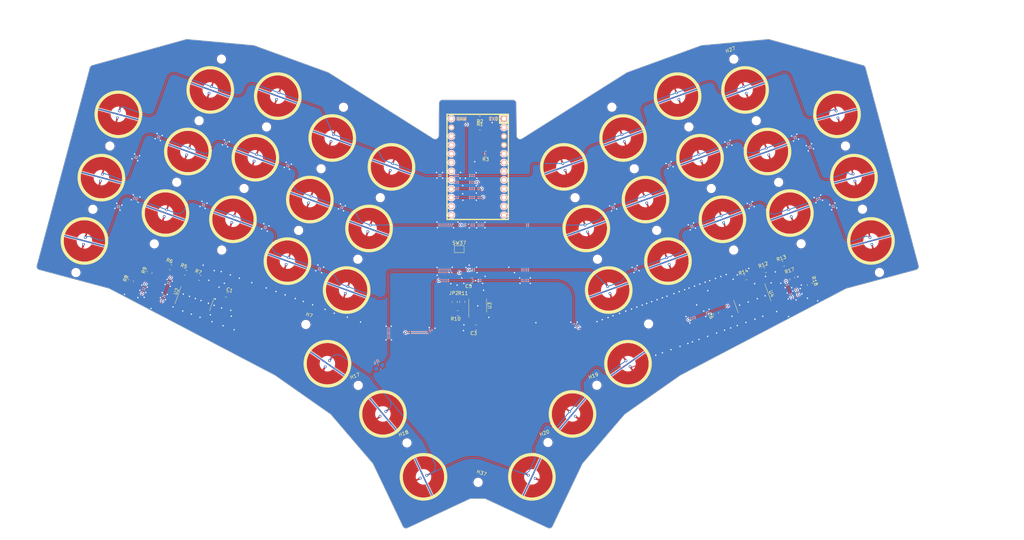
<source format=kicad_pcb>
(kicad_pcb (version 20221018) (generator pcbnew)

  (general
    (thickness 1.6)
  )

  (paper "A3")
  (title_block
    (title "ergogen_pteron36_super")
    (rev "v1.0.0")
    (company "Unknown")
  )

  (layers
    (0 "F.Cu" signal)
    (31 "B.Cu" signal)
    (32 "B.Adhes" user "B.Adhesive")
    (33 "F.Adhes" user "F.Adhesive")
    (34 "B.Paste" user)
    (35 "F.Paste" user)
    (36 "B.SilkS" user "B.Silkscreen")
    (37 "F.SilkS" user "F.Silkscreen")
    (38 "B.Mask" user)
    (39 "F.Mask" user)
    (40 "Dwgs.User" user "User.Drawings")
    (41 "Cmts.User" user "User.Comments")
    (42 "Eco1.User" user "User.Eco1")
    (43 "Eco2.User" user "User.Eco2")
    (44 "Edge.Cuts" user)
    (45 "Margin" user)
    (46 "B.CrtYd" user "B.Courtyard")
    (47 "F.CrtYd" user "F.Courtyard")
    (48 "B.Fab" user)
    (49 "F.Fab" user)
  )

  (setup
    (pad_to_mask_clearance 0.05)
    (pcbplotparams
      (layerselection 0x00010f0_ffffffff)
      (plot_on_all_layers_selection 0x0000000_00000000)
      (disableapertmacros false)
      (usegerberextensions true)
      (usegerberattributes true)
      (usegerberadvancedattributes true)
      (creategerberjobfile false)
      (dashed_line_dash_ratio 12.000000)
      (dashed_line_gap_ratio 3.000000)
      (svgprecision 4)
      (plotframeref false)
      (viasonmask false)
      (mode 1)
      (useauxorigin false)
      (hpglpennumber 1)
      (hpglpenspeed 20)
      (hpglpendiameter 15.000000)
      (dxfpolygonmode true)
      (dxfimperialunits true)
      (dxfusepcbnewfont true)
      (psnegative false)
      (psa4output false)
      (plotreference true)
      (plotvalue true)
      (plotinvisibletext false)
      (sketchpadsonfab false)
      (subtractmaskfromsilk false)
      (outputformat 1)
      (mirror false)
      (drillshape 0)
      (scaleselection 1)
      (outputdirectory "gerber/")
    )
  )

  (net 0 "")
  (net 1 "GND")
  (net 2 "+3.3V")
  (net 3 "/DISCHARGE_PIN")
  (net 4 "Net-(JP2-A)")
  (net 5 "/ADC")
  (net 6 "/ROW0")
  (net 7 "/ROW1")
  (net 8 "Net-(R2-Pad2)")
  (net 9 "/ROW2")
  (net 10 "Net-(R3-Pad2)")
  (net 11 "/ROW3")
  (net 12 "Net-(R4-Pad2)")
  (net 13 "/COL1")
  (net 14 "/COL2")
  (net 15 "/COL3")
  (net 16 "Net-(R1-Pad2)")
  (net 17 "/COL0")
  (net 18 "/COL4")
  (net 19 "/COL9")
  (net 20 "/COL8")
  (net 21 "/COL7")
  (net 22 "/COL6")
  (net 23 "/COL5")
  (net 24 "/RESET")
  (net 25 "/L_MUX_EN")
  (net 26 "/MUX_S2")
  (net 27 "/MUX_S1")
  (net 28 "/MUX_S0")
  (net 29 "/R_MUX_EN")
  (net 30 "unconnected-(U5-F6{slash}A1-Pad18)")
  (net 31 "unconnected-(U5-F5{slash}A2-Pad19)")
  (net 32 "unconnected-(U5-RAW-Pad24)")
  (net 33 "unconnected-(U5-4{slash}D4-Pad7)")
  (net 34 "unconnected-(U5-5{slash}C6-Pad8)")
  (net 35 "unconnected-(U5-7{slash}E6-Pad10)")
  (net 36 "unconnected-(U5-8{slash}B4-Pad11)")
  (net 37 "unconnected-(U5-6{slash}D7-Pad9)")

  (footprint "MountingHole:MountingHole_2.2mm_M2_DIN965" (layer "F.Cu") (at 91.892827 140.808746 -20))

  (footprint "Resistor_SMD:R_0805_2012Metric_Pad1.20x1.40mm_HandSolder" (layer "F.Cu") (at 286.825414 158.466601 20))

  (footprint "Resistor_SMD:R_0805_2012Metric_Pad1.20x1.40mm_HandSolder" (layer "F.Cu") (at 108.341479 159.060393 70))

  (footprint "MountingHole:MountingHole_2.2mm_M2_DIN965" (layer "F.Cu") (at 248.887723 129.058948 20))

  (footprint "MountingHole:MountingHole_2.2mm_M2_DIN965" (layer "F.Cu") (at 264.714792 116.919258 20))

  (footprint "pteron_unibody_ec:ecs_pad_1U_no_ring_90deg" (layer "F.Cu") (at 159.895803 185.579891 -35))

  (footprint "MountingHole:MountingHole_2.2mm_M2_DIN965" (layer "F.Cu") (at 109.709723 150.823352 -20))

  (footprint "Resistor_SMD:R_0805_2012Metric_Pad1.20x1.40mm_HandSolder" (layer "F.Cu") (at 204.111575 114.516254 180))

  (footprint "Capacitor_SMD:C_0805_2012Metric_Pad1.18x1.45mm_HandSolder" (layer "F.Cu") (at 272.626031 171.068038 110))

  (footprint "MountingHole:MountingHole_2.2mm_M2_DIN965" (layer "F.Cu") (at 297.267137 150.806129 20))

  (footprint "pteron_unibody_ec:ecs_pad_1U_no_ring_90_fix" (layer "F.Cu") (at 154.810781 137.988492 -20))

  (footprint "Resistor_SMD:R_0805_2012Metric_Pad1.20x1.40mm_HandSolder" (layer "F.Cu") (at 198.97543 167.649496 90))

  (footprint "MountingHole:MountingHole_2.2mm_M2_DIN965" (layer "F.Cu") (at 242.389613 111.205538 20))

  (footprint "MountingHole:MountingHole_2.2mm_M2_DIN965" (layer "F.Cu") (at 255.385835 146.912353 20))

  (footprint "MountingHole:MountingHole_2.2mm_M2_DIN965" (layer "F.Cu") (at 129.270939 152.629283 -20))

  (footprint "pteron_unibody_ec:ecs_pad_1U_no_ring_90_fix" (layer "F.Cu") (at 125.942865 106.19788 -20))

  (footprint "MountingHole:MountingHole_2.2mm_M2_DIN965" (layer "F.Cu") (at 142.267161 116.922467 -20))

  (footprint "MountingHole:MountingHole_2.2mm_M2_DIN965" (layer "F.Cu") (at 96.813439 122.462272 -20))

  (footprint "MountingHole:MountingHole_2.2mm_M2_DIN965" (layer "F.Cu") (at 86.972213 159.155226 -20))

  (footprint "MountingHole:MountingHole_2.2mm_M2_DIN965" (layer "F.Cu") (at 290.753842 132.985279 20))

  (footprint "MountingHole:MountingHole_2.2mm_M2_DIN965" (layer "F.Cu") (at 238.21872 155.29605 20))

  (footprint "Capacitor_SMD:C_0805_2012Metric_Pad1.18x1.45mm_HandSolder" (layer "F.Cu") (at 130.753982 165.596072 -20))

  (footprint "MountingHole:MountingHole_2.2mm_M2_DIN965" (layer "F.Cu") (at 164.559786 111.223929 -20))

  (footprint "Resistor_SMD:R_0805_2012Metric_Pad1.20x1.40mm_HandSolder" (layer "F.Cu") (at 204.111576 117.056257 180))

  (footprint "pteron_unibody_ec:ecs_pad_1U_no_ring_90_fix" (layer "F.Cu") (at 261.45144 107.997797 20))

  (footprint "MountingHole:MountingHole_2.2mm_M2_DIN965" (layer "F.Cu") (at 168.739363 155.290571 -20))

  (footprint "pteron_unibody_ec:ecs_pad_1U_no_ring_90_fix" (layer "F.Cu") (at 317.513365 149.980676 15))

  (footprint "pteron_unibody_ec:ecs_pad_1U_no_ring_90_fix" (layer "F.Cu") (at 234.977662 146.366264 20))

  (footprint "pteron_unibody_ec:ecs_pad_1U_no_ring_90deg" (layer "F.Cu")
    (tstamp 41dca0ef-0b2b-483a-8bbb-494df8d66ecc)
    (at 187.763891 218.389148 -65)
    (descr " StepUp generated footprint")
    (property "Sheetfile" "pteron_unibody_ec.kicad_sch")
    (property "Sheetname" "")
    (path "/715698c7-8aaf-4d1e-a574-ce28cc5a42ed")
    (attr smd)
    (fp_text reference "SW35" (at -6 -8 115) (layer "Dwgs.User")
        (effects (font (size 0.8 0.8) (thickness 0.12)))
      (tstamp 3788fbde-6fb6-4ae8-814a-e517177758dd)
    )
    (fp_text value "EC_SW" (at -4.9 -5.6 115) (layer "F.SilkS") hide
        (effects (font (size 0.8 0.8) (thickness 0.12)))
      (tstamp 8c3c56dc-eeee-4ce5-bc78-6b46898b7164)
    )
    (fp_text user "${REFERENCE}" (at 2.5 0 25) (layer "F.Fab")
        (effects (font (size 0.8 0.8) (thickness 0.12)))
      (tstamp 5221adff-17a0-4970-b865-c054aad256b3)
    )
    (fp_circle (center 0 0) (end 0 6.467)
      (stroke (width 0.9) (type solid)) (fill none) (layer "F.SilkS") (tstamp 1395ba78-043f-41b6-8f5a-5a4ae70f1124))
    (fp_line (start -9.3 -2.804622) (end -9.3 -6.1)
      (stroke (width 0.1) (type solid)) (layer "Dwgs.User") (tstamp e8c63c3c-8b0b-4799-909f-43427b5a1fac))
    (fp_line (start -9.3 -1.4) (end -9.3 -2.804622)
      (stroke (width 0.1) (type solid)) (layer "Dwgs.User") (tstamp 50424f90-ec03-436d-9bb9-ab78562cf7c1))
    (fp_line (start -9.3 1.4) (end -8.824333 1.110619)
      (stroke (width 0.1) (type solid)) (layer "Dwgs.User") (tstamp d32e19b1-a976-41b6-927b-d24c6446d17d))
    (fp_line (start -9.3 2.804622) (end -9.3 1.4)
      (stroke (width 0.1) (type solid)) (layer "Dwgs.User") (tstamp f7c9d435-cc3c-4b8c-9ed1-1e2f73b6fdf9))
    (fp_line (start -9.3 6.1) (end -9.3 2.804622)
      (stroke (width 0.1) (type solid)) (layer "Dwgs.User") (tstamp 8be5263b-992a-4045-9539-d1c4447d8e36))
    (fp_line (start -8.824333 -1.110619) (end -9.3 -1.4)
      (stroke (width 0.1) (type solid)) (layer "Dwgs.User") (tstamp 7e8d6ce3-6716-4aa8-8b67-b74727fcd2e6))
    (fp_line (start -7.3 -5.67) (end -5.97 -7)
      (stroke (width 0.1) (type solid)) (layer "Dwgs.User") (tstamp 4a79c764-b712-4c0b-8a2f-6c8193cbd500))
    (fp_line (start -7.3 5.67) (end -7.3 -5.67)
      (stroke (width 0.1) (type solid)) (layer "Dwgs.User") (tstamp 02ac7b0c-fff0-4689-8b84-8a8d306fa4ff))
    (fp_line (start -7.3 5.67) (end -5.97 7)
      (stroke (width 0.1) (type solid)) (layer "Dwgs.User") (tstamp c4261db9-4c0c-46de-94d2-64d126d221f5))
    (fp_line (start -6.3 -9.1) (end 6.3 -9.1)
      (stroke (width 0.1) (type solid)) (layer "Dwgs.User") (tstamp c4446fc5-0669-46b0-b88f-c37f8ad75a89))
    (fp_line (start -5.97 -7) (end 5.97 -7)
      (stroke (width 0.1) (type solid)) (layer "Dwgs.User") (tstamp 57500723-0f35-4df4-bce7-1b1e097855fc))
    (fp_line (start -5.97 7) (end -7.3 5.67)
      (stroke (width 0.1) (type solid)) (layer "Dwgs.User") (tstamp a888302c-e055-4b1e-a019-ad2fd5c09db3))
    (fp_line (start 5.97 -7) (end 7.3 -5.67)
      (stroke (width 0.1) (type solid)) (layer "Dwgs.User") (tstamp 3ecea608-c5d3-4708-88be-43429524b6e0))
    (fp_line (start 5.97 7) (end -5.97 7)
      (stroke (width 0.1) (type solid)) (layer "Dwgs.User") (tstamp c1ac5d61-45af-4b5e-8af8-abd1d0114dfe))
    (fp_line (start 6.3 9.1) (end -6.3 9.1)
      (stroke (width 0.1) (type solid)) (layer "Dwgs.User") (tstamp db2fe449-21a2-401a-aba1-ebaab97abe60))
    (fp_line (start 7.3 -5.67) (end 7.3 5.67)
      (stroke (width 0.1) (type solid)) (layer "Dwgs.User") (tstamp 8b957f5d-ce2c-4d1e-bb69-92b910c5893e))
    (fp_line (start 7.3 5.67) (end 5.97 7)
      (stroke (width 0.1) (type solid)) (layer "Dwgs.User") (tstamp 894a748d-fc8c-4876-96f0-adb4dda10697))
    (fp_line (start 8.824333 1.110619) (end 9.3 1.4)
      (stroke (width 0.1) (type solid)) (layer "Dwgs.User") (tstamp 292f25a9-3ab3-4b2f-82e8-c34e8a392fb9))
    (fp_line (start 9.3 -6.1) (end 9.3 -2.804622)
      (stroke (width 0.1) (type solid)) (layer "Dwgs.User") (tstamp fe5ecb1a-0b3d-424e-b307-42ba44f781f4))
    (fp_line (start 9.3 -2.804622) (end 9.3 -1.4)
      (stroke (width 0.1) (type solid)) (layer "Dwgs.User") (tstamp c7a96152-960e-4221-b305-3bc64298e47b))
    (fp_line (start 9.3 -1.4) (end 8.824333 -1.110619)
      (stroke (width 0.1) (type solid)) (layer "Dwgs.User") (tstamp 4be877dc-30ee-47c3-a5be-7c79b6f03a0c))
    (fp_line (start 9.3 1.4) (end 9.3 2.804622)
      (stroke (width 0.1) (type solid)) (layer "Dwgs.User") (tstamp c7ccc271-6852-4f10-9918-b36087e87015))
    (fp_line (start 9.3 2.804622) (end 9.3 6.1)
      (stroke (width 0.1) (type solid)) (layer "Dwgs.User") (tstamp 50c48040-8331-4719-822f-f042cd8496fa))
    (fp_arc (start -9.3 -6.1) (mid -8.42132 -8.22132) (end -6.3 -9.1)
      (stroke (width 0.1) (type solid)) (layer "Dwgs.User") (tstamp 4451d1a0-1e0d-4315-8faa-59883140497f))
    (fp_arc (start -8.824333 -1.110619) (mid -8.2 0) (end -8.824333 1.110619)
      (stroke (width 0.1) (type solid)) (layer "Dwgs.User") (tstamp 5e41b9df-28c5-4790-9fac-5adeacae5bb8))
    (fp_arc (start -6.3 9.1) (mid -8.42132 8.22132) (end -9.3 6.1)
      (stroke (width 0.1) (type solid)) (layer "Dwgs.User") (tstamp 432ff592-a568-4414-a218-d35ef4198887))
    (fp_arc (start 6.3 -9.1) (mid 8.421321 -8.22132) (end 9.3 -6.1)
      (stroke (width 0.1) (type solid)) (layer "Dwgs.User") (tstamp d6670d2b-5a38-4e64-bd7f-be016e405906))
    (fp_arc (start 8.824333 1.110619) (mid 8.2 0) (end 8.824333 -1.110619)
      (stroke (width 0.1) (type solid)) (layer "Dwgs.User") (tstamp de84c580-2d62-4a25-b68c-ad8d814392b6))
    (fp_arc (start 9.3 6.1) (mid 8.421321 8.22132) (end 6.3 9.1)
      (stroke (width 0.1) (type solid)) (layer "Dwgs.User") (tstamp 98371948-75bc-447f-bdf7-8176fd254ffa))
    (pad "1" smd custom (at 0 -1 205) (size 0.4 0.4) (layers "F.Cu")
      (net 12 "Net-(R4-Pad2)") (pinfunction "1") (pintype "passive") (zone_connect 0) (thermal_bridge_angle 45)
      (options (clearance outline) (anchor circle))
      (primitives
        (gr_poly
          (pts
            (xy 0.6 -2.214159)
            (xy 0.320477 -2.144936)
            (xy 0.052085 -2.040578)
            (xy -0.20078 -1.902795)
            (xy -0.433976 -1.733843)
            (xy -0.643683 -1.536492)
            (xy -0.826466 -1.313972)
            (xy -0.979332 -1.069928)
            (xy -1.099775 -0.80836)
            (xy -1.185824 -0.53355)
            (xy -1.236068 -0.25)
            (xy 0 -0.25)
            (xy 0.095671 -0.23097)
            (xy 0.176777 -0.176777)
            (xy 0.23097 -0.095671)
            (xy 0.25 0)
            (xy 0.23097 0.095671)
            (xy 0.176777 0.176777)
            (xy 0.095671 0.23097)
            (xy 0 0.25)
            (xy -1.236068 0.25)
            (xy -1.185824 0.53355)
            (xy -1.099775 0.80836)
            (xy -0.979332 1.069928)
            (xy -0.826466 1.313972)
            (xy -0.643683 1.536492)
            (xy -0.433976 1.733843)
            (xy -0.20078 1.902795)
            (xy 0.052085 2.040578)
            (xy 0.320477 2.144936)
            (xy 0.6 2.214159)
            (xy 0.6 5.986652)
            (xy 0.115133 5.934392)
            (xy -0.363889 5.842928)
            (xy -0.8339 5.712864)
            (xy -1.291796 5.545058)
            (xy -1.734552 5.34062)
            (xy -2.159242 5.100901)
            (xy -2.563061 4.827483)
            (xy -2.943342 4.522174)
            (xy -3.297572 4.186989)
            (xy -3.62341 3.824144)
            (xy -3.918705 3.436035)
            (xy -4.181506 3.025227)
            (xy -4.410075 2.594434)
            (xy -4.602904 2.1465)
            (xy -4.758719 1.684386)
            (xy -4.876489 1.211145)
            (xy -4.955438 0.729902)
            (xy -4.995043 0.243838)
            (xy -4.995043 -0.243838)
            (xy -4.955438 -0.729902)
            (xy -4.876489 -1.211145)
            (xy -4.758719 -1.684386)
            (xy -4.602904 -2.1465)
            (xy -4.410075 -2.594434)
            (xy -4.181506 -3.025227)
            (xy -3.918705 -3.436035)
            (xy -3.62341 -3.824144)
            (xy -3.297572 -4.186989)
            (xy -2.943342 -4.522174)
            (xy -2.563061 -4.827483)
            (xy -2.159242 -5.100901)
            (xy -1.734552 -5.34062)
            (xy -1.291796 -5.545058)
            (xy -0.8339 -5.712864)
            (xy -0.363889 -5.842928)
            (xy 0.115133 -5.934392)
            (xy 0.6 -5.986652)
          )
          (width 0) (fill yes))
      ) (tstamp 2519efa7-8899-4324-a58e-4a0909ea4e96))
    (pad "2" smd custom (at 0 1 25) (size 0.4 0.4) (layers "F.Cu")
      (net 17 "/COL0") (pinfunction "2") (pintype "passive") (zone_connect 0) (thermal_bridge_angle 45)
      (options (clearance outline) (anchor circle))
      (primitives
        (gr_poly
          (pts
            (xy 0.6 -2.214159)
            (xy 0.320477 -2.144936)
            (xy 0.052085 -2.040578)
            (xy -0.20078 -1.902795)
            (xy -0.433976 -1.733843)
            (xy -0.643683 -1.536492)
            (xy -0.826466 -1.313972)
            (xy -0.979332 -1.069928)
            (xy -1.099775 -0.80836)
            (xy -1.185824 -0.53355)
            (xy -1.236068 -0.25)
            (xy 0 -0.25)
            (xy 0.095671 -0.23097)
            (xy 0.176777 -0.176777)
            (xy 0.23097 -0.095671)
            (xy 0.25 0)
            (xy 0.23097 0.095671)
            (xy 0.176777 0.176777)
            (xy 0.095671 0.23097)
            (xy 0 0.25)
            (xy -1.236068 0.25)
            (xy -1.185824 0.53355)
            (xy -1.099775 0.80836)
            (xy -0.979332 1.069928)
            (xy -0.826466 1.313972)
            (xy -0.643683 1.536492)
            (xy -0.433976 1.733843)
            (xy -0.20078 1.902795)
            (xy 0.052085 2.040578)
            (xy 0.320477 2.144936)
            (xy 0.6 2.214159)
            (xy 0.6 5.986652)
            (xy 0.115133 5.934392)
            (xy -0.363889 5.842928)
            (xy -0.8339 5.712864)
            (xy -1.291796 5.545058)
            (xy -1.734552 5.34062)
            (xy -2.159242 5.100901)
            (xy -2.563061 4.827483)
            (xy -2.943342 4.522174)
            (xy -3.297572 4.186989)
            (xy -3.62341 3.824144)
            (xy -3.918705 3.436035)
            (xy -4.181506 3.025227)
            (xy -4.410075 2.594434)
            (xy -4.602904 2.1465)
            (xy -4.758719 1.684386)
            (xy -4.876489 1.211145)
            (xy -4.955438 0.729902)
            (xy -4.995043 0.243838)
            (xy -4.995043 -0.243838)
            (xy -4.955438 -0.729902)
            (xy -4.876489 -1.211145)
            (xy -4.758719 -1.684386)
            (xy -4.602904 -2.1465)
            (xy -4.410075 -2.594434)
            (xy -4.181506 -3.025227)
            (xy -3.918705 -3.436035)
            (xy -3.62341 -3.824144)
            (xy -3.297572 -4.186989)
            (xy -2.943342 -4.522174)
            (xy -2.563061 -4.827483)
            (xy -2.159242 -5.100901)
            (xy -1.734552 -5.34062)
            (xy -1.291796 -5.545058)
            (xy -0.8339 -5.712864)
            (xy -0.363889 -5.842928)
            (xy 0.115133 -5.934392)
            (xy 0.6 -5.986652)
          )
          (width 0) (fill yes))
      ) (tstamp 0853bbb5-46e3-41a8-b8db-cdaeb11fa5ac))
    (pad "3" smd custom (at 0 0 205) (size 0.4 0.4) (layers "F.Cu")
      (net 1 "GND") (pinfunction "SG") (pintype "input") (zone_connect 2) (thermal_bridge_angle 45)
      (options (clearance convexhull) (anchor rect))
      (primitives
        (gr_line (start 0 -7) (end 0 7) (width 0.4))
      ) (tstamp 757ae18b-4b84-45ec-b1a6-dd31f1972825))
    (pad "3" smd custom (at 0 0 205) (size 0.4 0.4) (layers "B.Cu")
      (net 1 "GND") (pinfunction "SG") (pintype "input") (zone_connect 2) (thermal_bridge_angle 45)
      (options (clearance convexhull) (anchor rect))
      (primitives
        (gr_line (start 0 -6.5) (end 0 6.5) (width 0.4))
      ) (tstamp af33a9f4-75d4-4efc-9258-426ea46e3823))
    (zone (net 0) (net_name "") (layer "F.Cu") (tstamp 641ce36e-bab4-48a8-af4e-408101a67abb) (hatch edge 0.508)
      (connect_pads (clearance 0))
      (min_thickness 0.254) (filled_areas_thickness no)
      (keepout (tracks allowed) (vias allowed) (pads allowed) (copperpour not_allowed) (footprints allowed))
      (fill (thermal_gap 0.508) (thermal_bridge_width 0.508))
      (polygon
        (pts
          (xy 190.724293 224.737748)
          (xy 191.181301 224.503884)
          (xy 191.619957 224.237181)
          (xy 192.037901 223.93906)
          (xy 192.432888 223.611135)
          (xy 192.802799 223.255165)
          (xy 193.145642 222.873056)
          (xy 193.459586 222.466865)
          (xy 193.742933 222.038772)
          (xy 193.994169 221.591076)
          (xy 194.211939 221.126184)
          (xy 194.395079 220.646586)
          (xy 194.542601 220.154869)
          (xy 194.653716 219.653668)
          (xy 194.727821 219.145672)
          (xy 194.764531 218.633613)
          (xy 194.763633 218.120243)
          (xy 194.72514 217.608317)
          (xy 194.649259 217.100585)
          (xy 194.536395 216.599775)
          (xy 194.387158 216.108574)
          (xy 194.202347 215.629623)
          (xy 193.982956 215.165491)
          (xy 193.730157 214.718676)
          (xy 193.445316 214.291574)
          (xy 193.129962 213.886481)
          (xy 192.785781 213.505573)
          (xy 192.414632 213.150895)
          (xy 192.0185 212.824348)
          (xy 191.59952 212.527694)
          (xy 191.159934 212.26252)
          (xy 190.702113 212.030254)
          (xy 190.228509 211.83214)
          (xy 189.741667 211.669244)
          (xy 189.2442 211.542443)
          (xy 188.738785 211.452415)
          (xy 188.228133 211.399644)
          (xy 187.714988 211.384414)
          (xy 187.202105 211.406806)
          (xy 186.692239 211.466703)
          (xy 186.188131 211.563779)
          (xy 185.692485 211.697512)
          (xy 185.207967 211.867192)
          (xy 184.73717 212.071897)
          (xy 184.282633 212.310533)
          (xy 183.846796 212.581818)
          (xy 183.431999 212.884295)
          (xy 183.040466 213.216339)
          (xy 182.674305 213.576165)
          (xy 182.335477 213.961843)
          (xy 182.025808 214.371299)
          (xy 181.74696 214.802335)
          (xy 181.500426 215.252639)
          (xy 181.287535 215.719787)
          (xy 181.109428 216.201274)
          (xy 180.967061 216.694507)
          (xy 180.861205 217.196846)
          (xy 180.792418 217.705589)
          (xy 180.761078 218.218002)
          (xy 180.767348 218.731335)
          (xy 180.811199 219.242829)
          (xy 180.892395 219.749739)
          (xy 181.010496 220.249342)
          (xy 181.164869 220.738954)
          (xy 181.354685 221.215943)
          (xy 181.578927 221.677753)
          (xy 181.836387 222.121894)
          (xy 182.125688 222.545991)
          (xy 182.445268 222.947758)
          (xy 182.793415 223.325042)
          (xy 183.168261 223.675816)
          (xy 183.567788 223.998196)
          (xy 183.989854 224.290446)
          (xy 184.432189 224.551002)
          (xy 184.892417 224.778462)
          (xy 185.368072 224.971607)
          (xy 185.856593 225.129393)
          (xy 186.355358 225.250982)
          (xy 186.861691 225.33571)
          (xy 187.372866 225.38313)
          (xy 187.886143 225.392985)
          (xy 188.398763 225.365225)
          (xy 188.907973 225.299995)
          (xy 189.41104 225.197642)
          (xy 189.905257 225.058721)
          (xy 190.387974 224.883984)
        )
      )
    )
    (zone (net 0) (net_name "") (layer "B.Cu") (tstamp 89a0bf73-cb99-4f9a-b447-616e1ea93ef6) (hatch edge 0.508)
      (connect_pads (clearance 0))
      (min_thickness 0.254) (filled_areas_thickness no)
      (keepout (tracks allowed) (vias allowed) (pads allowed) (copperpour not_allowed) (footprints allowed))
      (fill (thermal_gap 0.508) (thermal_bridge_width 0.508))
      (polygon
        (pts
          (xy 190.53553 224.332943)
          (xy 190.993332 224.097162)
          (xy 191.431221 223.826188)
          (xy 191.846499 223.521693)
          (xy 192.236612 223.185554)
          (xy 192.599144 222.819841)
          (xy 192.931868 222.426815)
          (xy 193.232727 222.008891)
          (xy 193.499871 221.568655)
          (xy 193.73165 221.108811)
          (xy 193.926636 220.632204)
          (xy 194.083625 220.141764)
          (xy 194.201655 219.640522)
          (xy 194.279989 219.131561)
          (xy 194.318154 218.618028)
          (xy 194.315905 218.10308)
          (xy 194.273261 217.589898)
          (xy 194.190488 217.081639)
          (xy 194.068091 216.581446)
          (xy 193.906829 216.092399)
          (xy 193.707686 215.617509)
          (xy 193.471905 215.159707)
          (xy 193.200931 214.721818)
          (xy 192.896436 214.30654)
          (xy 192.560297 213.916427)
          (xy 192.194584 213.553895)
          (xy 191.801558 213.221171)
          (xy 191.383634 212.920312)
          (xy 190.943398 212.653168)
          (xy 190.483554 212.421389)
          (xy 190.006947 212.226403)
          (xy 189.516507 212.069414)
          (xy 189.015265 211.951384)
          (xy 188.506304 211.8730
... [2186475 chars truncated]
</source>
